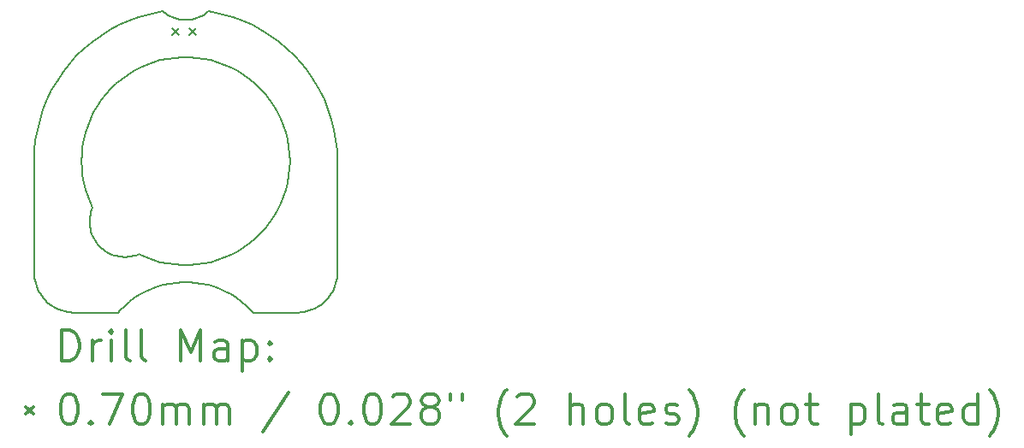
<source format=gbr>
%FSLAX45Y45*%
G04 Gerber Fmt 4.5, Leading zero omitted, Abs format (unit mm)*
G04 Created by KiCad (PCBNEW 5.1.2-f72e74a~84~ubuntu18.04.1) date 2019-07-25 17:33:19*
%MOMM*%
%LPD*%
G04 APERTURE LIST*
%ADD10C,0.200000*%
%ADD11C,0.300000*%
G04 APERTURE END LIST*
D10*
X14399212Y-10991970D02*
X14375532Y-10977170D01*
X16253306Y-10936350D02*
X16202485Y-10899430D01*
X16356768Y-8197370D02*
X16449212Y-8246520D01*
X15730621Y-10746110D02*
X15667803Y-10746110D01*
X16388416Y-8780121D02*
X16333343Y-8733910D01*
X16440131Y-8830063D02*
X16388416Y-8780121D01*
X16488236Y-8883489D02*
X16440131Y-8830063D01*
X16532499Y-8940142D02*
X16488236Y-8883489D01*
X16572701Y-8999744D02*
X16532499Y-8940142D01*
X14585252Y-11045320D02*
X14557402Y-11043370D01*
X14762771Y-10049086D02*
X14756861Y-10072791D01*
X14770321Y-10025852D02*
X14762771Y-10049086D01*
X14778414Y-10005818D02*
X14770321Y-10025852D01*
X14758260Y-9964498D02*
X14778414Y-10005818D01*
X14731329Y-9897840D02*
X14758260Y-9964498D01*
X16622703Y-8363540D02*
X16702912Y-8430840D01*
X15959684Y-8068350D02*
X16062093Y-8090120D01*
X14374792Y-8841353D02*
X14427142Y-8750682D01*
X14328892Y-8935456D02*
X14374792Y-8841353D01*
X14289672Y-9032531D02*
X14328892Y-8935456D01*
X14257322Y-9132105D02*
X14289672Y-9032531D01*
X16149212Y-10866140D02*
X16093745Y-10836640D01*
X15605137Y-10750490D02*
X15542930Y-10759230D01*
X16572701Y-10091376D02*
X16608647Y-10029116D01*
X16532499Y-10150978D02*
X16572701Y-10091376D01*
X16488236Y-10207631D02*
X16532499Y-10150978D01*
X16440131Y-10261057D02*
X16488236Y-10207631D01*
X16388416Y-10310999D02*
X16440131Y-10261057D01*
X15503495Y-8085720D02*
X15524214Y-8098670D01*
X15483732Y-8071360D02*
X15503495Y-8085720D01*
X15474200Y-8063370D02*
X15483732Y-8071360D01*
X15438740Y-8068350D02*
X15474200Y-8063370D01*
X14475602Y-11025980D02*
X14449372Y-11016430D01*
X14502442Y-11033680D02*
X14475602Y-11025980D01*
X14529752Y-11039480D02*
X14502442Y-11033680D01*
X14199212Y-10645560D02*
X14199212Y-9545560D01*
X14200192Y-10673460D02*
X14199212Y-10645560D01*
X14203102Y-10701230D02*
X14200192Y-10673460D01*
X17022892Y-10977170D02*
X16999212Y-10991970D01*
X15380926Y-8565973D02*
X15313368Y-8590561D01*
X15450033Y-8546157D02*
X15380926Y-8565973D01*
X15520355Y-8531210D02*
X15450033Y-8546157D01*
X15591549Y-8521200D02*
X15520355Y-8531210D01*
X15977326Y-10789610D02*
X15916941Y-10772290D01*
X17023632Y-8841353D02*
X17069532Y-8935456D01*
X15421098Y-10789610D02*
X15362068Y-10811090D01*
X16949052Y-11016430D02*
X16922822Y-11025980D01*
X15667803Y-10746110D02*
X15605137Y-10750490D01*
X14275602Y-10880670D02*
X14259992Y-10857530D01*
X14292792Y-10902670D02*
X14275602Y-10880670D01*
X14311482Y-10923420D02*
X14292792Y-10902670D01*
X15029342Y-11045320D02*
X14585252Y-11045320D01*
X16778222Y-8503570D02*
X16848282Y-8581380D01*
X14945783Y-10460137D02*
X14968101Y-10470073D01*
X14924214Y-10448668D02*
X14945783Y-10460137D01*
X14903495Y-10435723D02*
X14924214Y-10448668D01*
X14883732Y-10421363D02*
X14903495Y-10435723D01*
X14865017Y-10405660D02*
X14883732Y-10421363D01*
X17105632Y-10902670D02*
X17086942Y-10923420D01*
X17122822Y-10880670D02*
X17105632Y-10902670D01*
X17199212Y-9545560D02*
X17199212Y-10645560D01*
X16062093Y-8090120D02*
X16162737Y-8118980D01*
X15663267Y-8516190D02*
X15591549Y-8521200D01*
X15924224Y-8063370D02*
X15959684Y-8068350D01*
X15914692Y-8071360D02*
X15924224Y-8063370D01*
X15894929Y-8085720D02*
X15914692Y-8071360D01*
X14847444Y-10388689D02*
X14865017Y-10405660D01*
X14831097Y-10370536D02*
X14847444Y-10388689D01*
X14816056Y-10351284D02*
X14831097Y-10370536D01*
X14802397Y-10331031D02*
X14816056Y-10351284D01*
X14790182Y-10309874D02*
X14802397Y-10331031D01*
X16719192Y-9402213D02*
X16706702Y-9331412D01*
X16726702Y-9473711D02*
X16719192Y-9402213D01*
X16729212Y-9545560D02*
X16726702Y-9473711D01*
X16726702Y-9617409D02*
X16729212Y-9545560D01*
X16719192Y-9688907D02*
X16726702Y-9617409D01*
X14207952Y-10728720D02*
X14203102Y-10701230D01*
X14214712Y-10755810D02*
X14207952Y-10728720D01*
X14223332Y-10782370D02*
X14214712Y-10755810D01*
X15304679Y-10836640D02*
X15249212Y-10866140D01*
X15051808Y-11020370D02*
X15029342Y-11045320D01*
X15183886Y-10485163D02*
X15207369Y-10478429D01*
X15159989Y-10490242D02*
X15183886Y-10485163D01*
X15135798Y-10493642D02*
X15159989Y-10490242D01*
X15111428Y-10495346D02*
X15135798Y-10493642D01*
X15086997Y-10495346D02*
X15111428Y-10495346D01*
X17195562Y-9440926D02*
X17199212Y-9545560D01*
X17190472Y-10728720D02*
X17183712Y-10755810D01*
X17138432Y-10857530D02*
X17122822Y-10880670D01*
X17152392Y-10833350D02*
X17138432Y-10857530D01*
X14423862Y-11005080D02*
X14399212Y-10991970D01*
X15123245Y-8691652D02*
X15065081Y-8733910D01*
X15184213Y-8653554D02*
X15123245Y-8691652D01*
X15247691Y-8619803D02*
X15184213Y-8653554D01*
X15313368Y-8590561D02*
X15247691Y-8619803D01*
X15783885Y-8135160D02*
X15807368Y-8128430D01*
X15759988Y-8140240D02*
X15783885Y-8135160D01*
X15735797Y-8143640D02*
X15759988Y-8140240D01*
X15711427Y-8145350D02*
X15735797Y-8143640D01*
X16706702Y-9759708D02*
X16719192Y-9688907D01*
X16689311Y-9829465D02*
X16706702Y-9759708D01*
X16667095Y-9897840D02*
X16689311Y-9829465D01*
X16640164Y-9964498D02*
X16667095Y-9897840D01*
X16608647Y-10029116D02*
X16640164Y-9964498D01*
X17164632Y-10808250D02*
X17152392Y-10833350D01*
X17166432Y-9233693D02*
X17184612Y-9336801D01*
X17175092Y-10782370D02*
X17164632Y-10808250D01*
X15062628Y-10493642D02*
X15086997Y-10495346D01*
X15038436Y-10490242D02*
X15062628Y-10493642D01*
X15014539Y-10485163D02*
X15038436Y-10490242D01*
X14991056Y-10478429D02*
X15014539Y-10485163D01*
X14968101Y-10470073D02*
X14991056Y-10478429D01*
X17066862Y-10942820D02*
X17045472Y-10960760D01*
X14709113Y-9829465D02*
X14731329Y-9897840D01*
X14691722Y-9759708D02*
X14709113Y-9829465D01*
X14679232Y-9688907D02*
X14691722Y-9759708D01*
X14671722Y-9617409D02*
X14679232Y-9688907D01*
X14669212Y-9545560D02*
X14671722Y-9617409D01*
X14750065Y-10169974D02*
X14752619Y-10194269D01*
X14749212Y-10145560D02*
X14750065Y-10169974D01*
X14750065Y-10121144D02*
X14749212Y-10145560D01*
X14752619Y-10096849D02*
X14750065Y-10121144D01*
X14756861Y-10072791D02*
X14752619Y-10096849D01*
X16162737Y-8118980D02*
X16261121Y-8154790D01*
X15663267Y-10574930D02*
X15735157Y-10574930D01*
X15591549Y-10569920D02*
X15663267Y-10574930D01*
X15520355Y-10559910D02*
X15591549Y-10569920D01*
X15450033Y-10544963D02*
X15520355Y-10559910D01*
X15380926Y-10525147D02*
X15450033Y-10544963D01*
X14779472Y-10287917D02*
X14790182Y-10309874D01*
X14770321Y-10265267D02*
X14779472Y-10287917D01*
X14762771Y-10242032D02*
X14770321Y-10265267D01*
X14756861Y-10218328D02*
X14762771Y-10242032D01*
X14752619Y-10194269D02*
X14756861Y-10218328D01*
X16369082Y-11045320D02*
X16346616Y-11020370D01*
X16974562Y-11005080D02*
X16949052Y-11016430D01*
X14233792Y-10808250D02*
X14223332Y-10782370D01*
X14246032Y-10833350D02*
X14233792Y-10808250D01*
X14259992Y-10857530D02*
X14246032Y-10833350D01*
X15735157Y-8516190D02*
X15663267Y-8516190D01*
X15806875Y-8521200D02*
X15735157Y-8516190D01*
X15878069Y-8531210D02*
X15806875Y-8521200D01*
X15948391Y-8546157D02*
X15878069Y-8531210D01*
X16017498Y-8565973D02*
X15948391Y-8546157D01*
X15855494Y-10759230D02*
X15793287Y-10750490D01*
X16017498Y-10525147D02*
X16085056Y-10500559D01*
X15948391Y-10544963D02*
X16017498Y-10525147D01*
X15878069Y-10559910D02*
X15948391Y-10544963D01*
X15806875Y-10569920D02*
X15878069Y-10559910D01*
X15735157Y-10574930D02*
X15806875Y-10569920D01*
X16702912Y-8430840D02*
X16778222Y-8503570D01*
X15195939Y-10899430D02*
X15145118Y-10936350D01*
X16868672Y-11039480D02*
X16841022Y-11043370D01*
X16895982Y-11033680D02*
X16868672Y-11039480D01*
X16093745Y-10836640D02*
X16036356Y-10811090D01*
X15096995Y-10976730D02*
X15051808Y-11020370D01*
X16608647Y-9062004D02*
X16572701Y-8999744D01*
X16640164Y-9126622D02*
X16608647Y-9062004D01*
X16667095Y-9193280D02*
X16640164Y-9126622D01*
X16689311Y-9261655D02*
X16667095Y-9193280D01*
X16706702Y-9331412D02*
X16689311Y-9261655D01*
X14910188Y-8883489D02*
X14865925Y-8940142D01*
X14958293Y-8830063D02*
X14910188Y-8883489D01*
X15010008Y-8780121D02*
X14958293Y-8830063D01*
X15065081Y-8733910D02*
X15010008Y-8780121D01*
X14620202Y-8503570D02*
X14695512Y-8430840D01*
X14550142Y-8581380D02*
X14620202Y-8503570D01*
X14485682Y-8663883D02*
X14550142Y-8581380D01*
X14427142Y-8750682D02*
X14485682Y-8663883D01*
X15481483Y-10772290D02*
X15421098Y-10789610D01*
X15336331Y-8090120D02*
X15438740Y-8068350D01*
X15235687Y-8118980D02*
X15336331Y-8090120D01*
X15137303Y-8154790D02*
X15235687Y-8118980D01*
X15041656Y-8197370D02*
X15137303Y-8154790D01*
X14231992Y-9233693D02*
X14257322Y-9132105D01*
X14213812Y-9336801D02*
X14231992Y-9233693D01*
X14202862Y-9440926D02*
X14213812Y-9336801D01*
X14199212Y-9545560D02*
X14202862Y-9440926D01*
X16346616Y-11020370D02*
X16301429Y-10976730D01*
X15874212Y-8098670D02*
X15894929Y-8085720D01*
X15852641Y-8110140D02*
X15874212Y-8098670D01*
X15830323Y-8120070D02*
X15852641Y-8110140D01*
X15807368Y-8128430D02*
X15830323Y-8120070D01*
X16085056Y-8590561D02*
X16017498Y-8565973D01*
X16150733Y-8619803D02*
X16085056Y-8590561D01*
X16214211Y-8653554D02*
X16150733Y-8619803D01*
X16275179Y-8691652D02*
X16214211Y-8653554D01*
X16333343Y-8733910D02*
X16275179Y-8691652D01*
X16999212Y-10991970D02*
X16974562Y-11005080D01*
X15313368Y-10500559D02*
X15380926Y-10525147D01*
X15247691Y-10471317D02*
X15313368Y-10500559D01*
X15238503Y-10466432D02*
X15247691Y-10471317D01*
X15230325Y-10470073D02*
X15238503Y-10466432D01*
X15207369Y-10478429D02*
X15230325Y-10470073D01*
X15793287Y-10750490D02*
X15730621Y-10746110D01*
X16036356Y-10811090D02*
X15977326Y-10789610D01*
X16261121Y-8154790D02*
X16356768Y-8197370D01*
X16813172Y-11045320D02*
X16369082Y-11045320D01*
X15542930Y-10759230D02*
X15481483Y-10772290D01*
X17045472Y-10960760D02*
X17022892Y-10977170D01*
X17108752Y-9032531D02*
X17141102Y-9132105D01*
X17199212Y-10645560D02*
X17198232Y-10673460D01*
X16333343Y-10357210D02*
X16388416Y-10310999D01*
X16275179Y-10399468D02*
X16333343Y-10357210D01*
X16214211Y-10437566D02*
X16275179Y-10399468D01*
X16150733Y-10471317D02*
X16214211Y-10437566D01*
X16085056Y-10500559D02*
X16150733Y-10471317D01*
X15591056Y-8128430D02*
X15614540Y-8135160D01*
X15568101Y-8120070D02*
X15591056Y-8128430D01*
X15545783Y-8110140D02*
X15568101Y-8120070D01*
X15524214Y-8098670D02*
X15545783Y-8110140D01*
X16922822Y-11025980D02*
X16895982Y-11033680D01*
X14331562Y-10942820D02*
X14311482Y-10923420D01*
X14352952Y-10960760D02*
X14331562Y-10942820D01*
X14375532Y-10977170D02*
X14352952Y-10960760D01*
X14949212Y-8246520D02*
X15041656Y-8197370D01*
X14860424Y-8302000D02*
X14949212Y-8246520D01*
X14775721Y-8363540D02*
X14860424Y-8302000D01*
X14695512Y-8430840D02*
X14775721Y-8363540D01*
X17198232Y-10673460D02*
X17195322Y-10701230D01*
X16912742Y-8663883D02*
X16971282Y-8750682D01*
X15145118Y-10936350D02*
X15096995Y-10976730D01*
X17069532Y-8935456D02*
X17108752Y-9032531D01*
X15362068Y-10811090D02*
X15304679Y-10836640D01*
X15916941Y-10772290D02*
X15855494Y-10759230D01*
X15249212Y-10866140D02*
X15195939Y-10899430D01*
X17141102Y-9132105D02*
X17166432Y-9233693D01*
X14449372Y-11016430D02*
X14423862Y-11005080D01*
X17183712Y-10755810D02*
X17175092Y-10782370D01*
X17086942Y-10923420D02*
X17066862Y-10942820D01*
X15686997Y-8145350D02*
X15711427Y-8145350D01*
X15662628Y-8143640D02*
X15686997Y-8145350D01*
X15638436Y-8140240D02*
X15662628Y-8143640D01*
X15614540Y-8135160D02*
X15638436Y-8140240D01*
X14758260Y-9126622D02*
X14731329Y-9193280D01*
X14789777Y-9062004D02*
X14758260Y-9126622D01*
X14825723Y-8999744D02*
X14789777Y-9062004D01*
X14865925Y-8940142D02*
X14825723Y-8999744D01*
X16202485Y-10899430D02*
X16149212Y-10866140D01*
X16301429Y-10976730D02*
X16253306Y-10936350D01*
X16848282Y-8581380D02*
X16912742Y-8663883D01*
X17195322Y-10701230D02*
X17190472Y-10728720D01*
X17184612Y-9336801D02*
X17195562Y-9440926D01*
X16841022Y-11043370D02*
X16813172Y-11045320D01*
X14671722Y-9473711D02*
X14669212Y-9545560D01*
X14679232Y-9402213D02*
X14671722Y-9473711D01*
X14691722Y-9331412D02*
X14679232Y-9402213D01*
X14709113Y-9261655D02*
X14691722Y-9331412D01*
X14731329Y-9193280D02*
X14709113Y-9261655D01*
X16449212Y-8246520D02*
X16538000Y-8302000D01*
X14557402Y-11043370D02*
X14529752Y-11039480D01*
X16971282Y-8750682D02*
X17023632Y-8841353D01*
X16538000Y-8302000D02*
X16622703Y-8363540D01*
D10*
X15566000Y-8225000D02*
X15636000Y-8295000D01*
X15636000Y-8225000D02*
X15566000Y-8295000D01*
X15736000Y-8225000D02*
X15806000Y-8295000D01*
X15806000Y-8225000D02*
X15736000Y-8295000D01*
D11*
X14475640Y-11521034D02*
X14475640Y-11221034D01*
X14547069Y-11221034D01*
X14589926Y-11235320D01*
X14618498Y-11263891D01*
X14632783Y-11292463D01*
X14647069Y-11349606D01*
X14647069Y-11392463D01*
X14632783Y-11449606D01*
X14618498Y-11478177D01*
X14589926Y-11506749D01*
X14547069Y-11521034D01*
X14475640Y-11521034D01*
X14775640Y-11521034D02*
X14775640Y-11321034D01*
X14775640Y-11378177D02*
X14789926Y-11349606D01*
X14804212Y-11335320D01*
X14832783Y-11321034D01*
X14861355Y-11321034D01*
X14961355Y-11521034D02*
X14961355Y-11321034D01*
X14961355Y-11221034D02*
X14947069Y-11235320D01*
X14961355Y-11249606D01*
X14975640Y-11235320D01*
X14961355Y-11221034D01*
X14961355Y-11249606D01*
X15147069Y-11521034D02*
X15118498Y-11506749D01*
X15104212Y-11478177D01*
X15104212Y-11221034D01*
X15304212Y-11521034D02*
X15275640Y-11506749D01*
X15261355Y-11478177D01*
X15261355Y-11221034D01*
X15647069Y-11521034D02*
X15647069Y-11221034D01*
X15747069Y-11435320D01*
X15847069Y-11221034D01*
X15847069Y-11521034D01*
X16118498Y-11521034D02*
X16118498Y-11363891D01*
X16104212Y-11335320D01*
X16075640Y-11321034D01*
X16018498Y-11321034D01*
X15989926Y-11335320D01*
X16118498Y-11506749D02*
X16089926Y-11521034D01*
X16018498Y-11521034D01*
X15989926Y-11506749D01*
X15975640Y-11478177D01*
X15975640Y-11449606D01*
X15989926Y-11421034D01*
X16018498Y-11406749D01*
X16089926Y-11406749D01*
X16118498Y-11392463D01*
X16261355Y-11321034D02*
X16261355Y-11621034D01*
X16261355Y-11335320D02*
X16289926Y-11321034D01*
X16347069Y-11321034D01*
X16375640Y-11335320D01*
X16389926Y-11349606D01*
X16404212Y-11378177D01*
X16404212Y-11463891D01*
X16389926Y-11492463D01*
X16375640Y-11506749D01*
X16347069Y-11521034D01*
X16289926Y-11521034D01*
X16261355Y-11506749D01*
X16532783Y-11492463D02*
X16547069Y-11506749D01*
X16532783Y-11521034D01*
X16518498Y-11506749D01*
X16532783Y-11492463D01*
X16532783Y-11521034D01*
X16532783Y-11335320D02*
X16547069Y-11349606D01*
X16532783Y-11363891D01*
X16518498Y-11349606D01*
X16532783Y-11335320D01*
X16532783Y-11363891D01*
X14119212Y-11980320D02*
X14189212Y-12050320D01*
X14189212Y-11980320D02*
X14119212Y-12050320D01*
X14532783Y-11851034D02*
X14561355Y-11851034D01*
X14589926Y-11865320D01*
X14604212Y-11879606D01*
X14618498Y-11908177D01*
X14632783Y-11965320D01*
X14632783Y-12036749D01*
X14618498Y-12093891D01*
X14604212Y-12122463D01*
X14589926Y-12136749D01*
X14561355Y-12151034D01*
X14532783Y-12151034D01*
X14504212Y-12136749D01*
X14489926Y-12122463D01*
X14475640Y-12093891D01*
X14461355Y-12036749D01*
X14461355Y-11965320D01*
X14475640Y-11908177D01*
X14489926Y-11879606D01*
X14504212Y-11865320D01*
X14532783Y-11851034D01*
X14761355Y-12122463D02*
X14775640Y-12136749D01*
X14761355Y-12151034D01*
X14747069Y-12136749D01*
X14761355Y-12122463D01*
X14761355Y-12151034D01*
X14875640Y-11851034D02*
X15075640Y-11851034D01*
X14947069Y-12151034D01*
X15247069Y-11851034D02*
X15275640Y-11851034D01*
X15304212Y-11865320D01*
X15318498Y-11879606D01*
X15332783Y-11908177D01*
X15347069Y-11965320D01*
X15347069Y-12036749D01*
X15332783Y-12093891D01*
X15318498Y-12122463D01*
X15304212Y-12136749D01*
X15275640Y-12151034D01*
X15247069Y-12151034D01*
X15218498Y-12136749D01*
X15204212Y-12122463D01*
X15189926Y-12093891D01*
X15175640Y-12036749D01*
X15175640Y-11965320D01*
X15189926Y-11908177D01*
X15204212Y-11879606D01*
X15218498Y-11865320D01*
X15247069Y-11851034D01*
X15475640Y-12151034D02*
X15475640Y-11951034D01*
X15475640Y-11979606D02*
X15489926Y-11965320D01*
X15518498Y-11951034D01*
X15561355Y-11951034D01*
X15589926Y-11965320D01*
X15604212Y-11993891D01*
X15604212Y-12151034D01*
X15604212Y-11993891D02*
X15618498Y-11965320D01*
X15647069Y-11951034D01*
X15689926Y-11951034D01*
X15718498Y-11965320D01*
X15732783Y-11993891D01*
X15732783Y-12151034D01*
X15875640Y-12151034D02*
X15875640Y-11951034D01*
X15875640Y-11979606D02*
X15889926Y-11965320D01*
X15918498Y-11951034D01*
X15961355Y-11951034D01*
X15989926Y-11965320D01*
X16004212Y-11993891D01*
X16004212Y-12151034D01*
X16004212Y-11993891D02*
X16018498Y-11965320D01*
X16047069Y-11951034D01*
X16089926Y-11951034D01*
X16118498Y-11965320D01*
X16132783Y-11993891D01*
X16132783Y-12151034D01*
X16718498Y-11836749D02*
X16461355Y-12222463D01*
X17104212Y-11851034D02*
X17132783Y-11851034D01*
X17161355Y-11865320D01*
X17175641Y-11879606D01*
X17189926Y-11908177D01*
X17204212Y-11965320D01*
X17204212Y-12036749D01*
X17189926Y-12093891D01*
X17175641Y-12122463D01*
X17161355Y-12136749D01*
X17132783Y-12151034D01*
X17104212Y-12151034D01*
X17075641Y-12136749D01*
X17061355Y-12122463D01*
X17047069Y-12093891D01*
X17032783Y-12036749D01*
X17032783Y-11965320D01*
X17047069Y-11908177D01*
X17061355Y-11879606D01*
X17075641Y-11865320D01*
X17104212Y-11851034D01*
X17332783Y-12122463D02*
X17347069Y-12136749D01*
X17332783Y-12151034D01*
X17318498Y-12136749D01*
X17332783Y-12122463D01*
X17332783Y-12151034D01*
X17532783Y-11851034D02*
X17561355Y-11851034D01*
X17589926Y-11865320D01*
X17604212Y-11879606D01*
X17618498Y-11908177D01*
X17632783Y-11965320D01*
X17632783Y-12036749D01*
X17618498Y-12093891D01*
X17604212Y-12122463D01*
X17589926Y-12136749D01*
X17561355Y-12151034D01*
X17532783Y-12151034D01*
X17504212Y-12136749D01*
X17489926Y-12122463D01*
X17475641Y-12093891D01*
X17461355Y-12036749D01*
X17461355Y-11965320D01*
X17475641Y-11908177D01*
X17489926Y-11879606D01*
X17504212Y-11865320D01*
X17532783Y-11851034D01*
X17747069Y-11879606D02*
X17761355Y-11865320D01*
X17789926Y-11851034D01*
X17861355Y-11851034D01*
X17889926Y-11865320D01*
X17904212Y-11879606D01*
X17918498Y-11908177D01*
X17918498Y-11936749D01*
X17904212Y-11979606D01*
X17732783Y-12151034D01*
X17918498Y-12151034D01*
X18089926Y-11979606D02*
X18061355Y-11965320D01*
X18047069Y-11951034D01*
X18032783Y-11922463D01*
X18032783Y-11908177D01*
X18047069Y-11879606D01*
X18061355Y-11865320D01*
X18089926Y-11851034D01*
X18147069Y-11851034D01*
X18175641Y-11865320D01*
X18189926Y-11879606D01*
X18204212Y-11908177D01*
X18204212Y-11922463D01*
X18189926Y-11951034D01*
X18175641Y-11965320D01*
X18147069Y-11979606D01*
X18089926Y-11979606D01*
X18061355Y-11993891D01*
X18047069Y-12008177D01*
X18032783Y-12036749D01*
X18032783Y-12093891D01*
X18047069Y-12122463D01*
X18061355Y-12136749D01*
X18089926Y-12151034D01*
X18147069Y-12151034D01*
X18175641Y-12136749D01*
X18189926Y-12122463D01*
X18204212Y-12093891D01*
X18204212Y-12036749D01*
X18189926Y-12008177D01*
X18175641Y-11993891D01*
X18147069Y-11979606D01*
X18318498Y-11851034D02*
X18318498Y-11908177D01*
X18432783Y-11851034D02*
X18432783Y-11908177D01*
X18875641Y-12265320D02*
X18861355Y-12251034D01*
X18832783Y-12208177D01*
X18818498Y-12179606D01*
X18804212Y-12136749D01*
X18789926Y-12065320D01*
X18789926Y-12008177D01*
X18804212Y-11936749D01*
X18818498Y-11893891D01*
X18832783Y-11865320D01*
X18861355Y-11822463D01*
X18875641Y-11808177D01*
X18975641Y-11879606D02*
X18989926Y-11865320D01*
X19018498Y-11851034D01*
X19089926Y-11851034D01*
X19118498Y-11865320D01*
X19132783Y-11879606D01*
X19147069Y-11908177D01*
X19147069Y-11936749D01*
X19132783Y-11979606D01*
X18961355Y-12151034D01*
X19147069Y-12151034D01*
X19504212Y-12151034D02*
X19504212Y-11851034D01*
X19632783Y-12151034D02*
X19632783Y-11993891D01*
X19618498Y-11965320D01*
X19589926Y-11951034D01*
X19547069Y-11951034D01*
X19518498Y-11965320D01*
X19504212Y-11979606D01*
X19818498Y-12151034D02*
X19789926Y-12136749D01*
X19775641Y-12122463D01*
X19761355Y-12093891D01*
X19761355Y-12008177D01*
X19775641Y-11979606D01*
X19789926Y-11965320D01*
X19818498Y-11951034D01*
X19861355Y-11951034D01*
X19889926Y-11965320D01*
X19904212Y-11979606D01*
X19918498Y-12008177D01*
X19918498Y-12093891D01*
X19904212Y-12122463D01*
X19889926Y-12136749D01*
X19861355Y-12151034D01*
X19818498Y-12151034D01*
X20089926Y-12151034D02*
X20061355Y-12136749D01*
X20047069Y-12108177D01*
X20047069Y-11851034D01*
X20318498Y-12136749D02*
X20289926Y-12151034D01*
X20232783Y-12151034D01*
X20204212Y-12136749D01*
X20189926Y-12108177D01*
X20189926Y-11993891D01*
X20204212Y-11965320D01*
X20232783Y-11951034D01*
X20289926Y-11951034D01*
X20318498Y-11965320D01*
X20332783Y-11993891D01*
X20332783Y-12022463D01*
X20189926Y-12051034D01*
X20447069Y-12136749D02*
X20475641Y-12151034D01*
X20532783Y-12151034D01*
X20561355Y-12136749D01*
X20575641Y-12108177D01*
X20575641Y-12093891D01*
X20561355Y-12065320D01*
X20532783Y-12051034D01*
X20489926Y-12051034D01*
X20461355Y-12036749D01*
X20447069Y-12008177D01*
X20447069Y-11993891D01*
X20461355Y-11965320D01*
X20489926Y-11951034D01*
X20532783Y-11951034D01*
X20561355Y-11965320D01*
X20675641Y-12265320D02*
X20689926Y-12251034D01*
X20718498Y-12208177D01*
X20732783Y-12179606D01*
X20747069Y-12136749D01*
X20761355Y-12065320D01*
X20761355Y-12008177D01*
X20747069Y-11936749D01*
X20732783Y-11893891D01*
X20718498Y-11865320D01*
X20689926Y-11822463D01*
X20675641Y-11808177D01*
X21218498Y-12265320D02*
X21204212Y-12251034D01*
X21175641Y-12208177D01*
X21161355Y-12179606D01*
X21147069Y-12136749D01*
X21132783Y-12065320D01*
X21132783Y-12008177D01*
X21147069Y-11936749D01*
X21161355Y-11893891D01*
X21175641Y-11865320D01*
X21204212Y-11822463D01*
X21218498Y-11808177D01*
X21332783Y-11951034D02*
X21332783Y-12151034D01*
X21332783Y-11979606D02*
X21347069Y-11965320D01*
X21375641Y-11951034D01*
X21418498Y-11951034D01*
X21447069Y-11965320D01*
X21461355Y-11993891D01*
X21461355Y-12151034D01*
X21647069Y-12151034D02*
X21618498Y-12136749D01*
X21604212Y-12122463D01*
X21589926Y-12093891D01*
X21589926Y-12008177D01*
X21604212Y-11979606D01*
X21618498Y-11965320D01*
X21647069Y-11951034D01*
X21689926Y-11951034D01*
X21718498Y-11965320D01*
X21732783Y-11979606D01*
X21747069Y-12008177D01*
X21747069Y-12093891D01*
X21732783Y-12122463D01*
X21718498Y-12136749D01*
X21689926Y-12151034D01*
X21647069Y-12151034D01*
X21832783Y-11951034D02*
X21947069Y-11951034D01*
X21875641Y-11851034D02*
X21875641Y-12108177D01*
X21889926Y-12136749D01*
X21918498Y-12151034D01*
X21947069Y-12151034D01*
X22275641Y-11951034D02*
X22275641Y-12251034D01*
X22275641Y-11965320D02*
X22304212Y-11951034D01*
X22361355Y-11951034D01*
X22389926Y-11965320D01*
X22404212Y-11979606D01*
X22418498Y-12008177D01*
X22418498Y-12093891D01*
X22404212Y-12122463D01*
X22389926Y-12136749D01*
X22361355Y-12151034D01*
X22304212Y-12151034D01*
X22275641Y-12136749D01*
X22589926Y-12151034D02*
X22561355Y-12136749D01*
X22547069Y-12108177D01*
X22547069Y-11851034D01*
X22832783Y-12151034D02*
X22832783Y-11993891D01*
X22818498Y-11965320D01*
X22789926Y-11951034D01*
X22732783Y-11951034D01*
X22704212Y-11965320D01*
X22832783Y-12136749D02*
X22804212Y-12151034D01*
X22732783Y-12151034D01*
X22704212Y-12136749D01*
X22689926Y-12108177D01*
X22689926Y-12079606D01*
X22704212Y-12051034D01*
X22732783Y-12036749D01*
X22804212Y-12036749D01*
X22832783Y-12022463D01*
X22932783Y-11951034D02*
X23047069Y-11951034D01*
X22975640Y-11851034D02*
X22975640Y-12108177D01*
X22989926Y-12136749D01*
X23018498Y-12151034D01*
X23047069Y-12151034D01*
X23261355Y-12136749D02*
X23232783Y-12151034D01*
X23175640Y-12151034D01*
X23147069Y-12136749D01*
X23132783Y-12108177D01*
X23132783Y-11993891D01*
X23147069Y-11965320D01*
X23175640Y-11951034D01*
X23232783Y-11951034D01*
X23261355Y-11965320D01*
X23275640Y-11993891D01*
X23275640Y-12022463D01*
X23132783Y-12051034D01*
X23532783Y-12151034D02*
X23532783Y-11851034D01*
X23532783Y-12136749D02*
X23504212Y-12151034D01*
X23447069Y-12151034D01*
X23418498Y-12136749D01*
X23404212Y-12122463D01*
X23389926Y-12093891D01*
X23389926Y-12008177D01*
X23404212Y-11979606D01*
X23418498Y-11965320D01*
X23447069Y-11951034D01*
X23504212Y-11951034D01*
X23532783Y-11965320D01*
X23647069Y-12265320D02*
X23661355Y-12251034D01*
X23689926Y-12208177D01*
X23704212Y-12179606D01*
X23718498Y-12136749D01*
X23732783Y-12065320D01*
X23732783Y-12008177D01*
X23718498Y-11936749D01*
X23704212Y-11893891D01*
X23689926Y-11865320D01*
X23661355Y-11822463D01*
X23647069Y-11808177D01*
M02*

</source>
